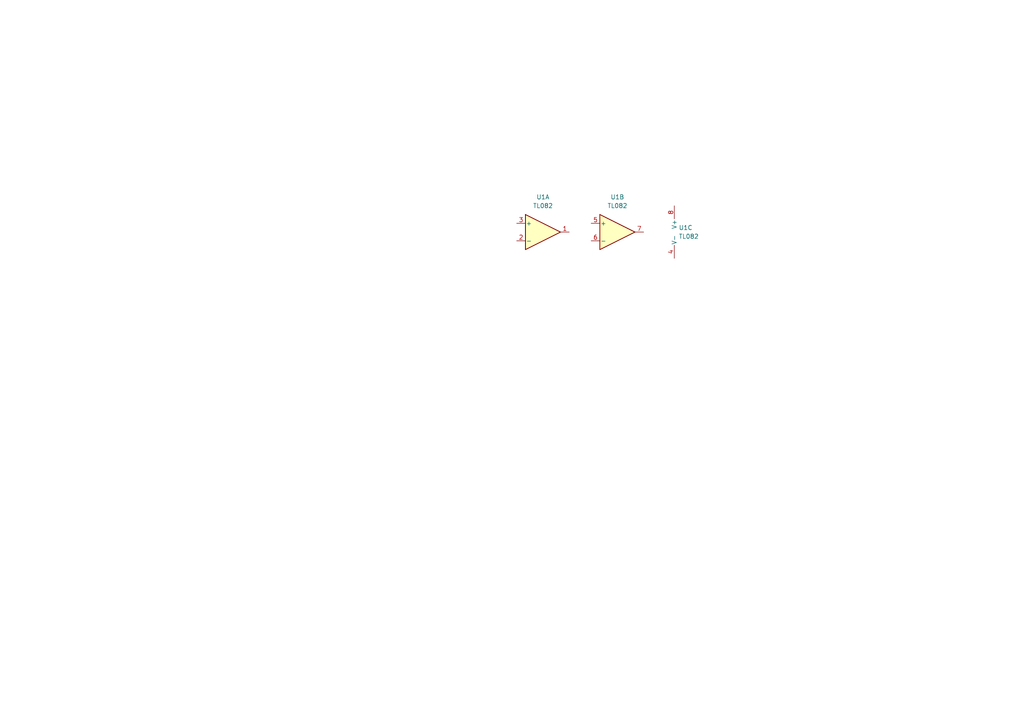
<source format=kicad_sch>
(kicad_sch (version 20231120) (generator "eeschema") (generator_version "8.0")
  (paper "A4")
  (lib_symbols
    (symbol "Amplifier_Operational:TL082" (pin_names (offset 0.127))
      (property "Reference" "U" (at 0 5.08 0))
      (property "Value" "TL082" (at 0 -5.08 0))
      (symbol "TL082_1_1"
        (polyline (pts (xy -5.08 5.08) (xy 5.08 0) (xy -5.08 -5.08) (xy -5.08 5.08)) (stroke (width 0.254)) (fill (type background)))
        (pin output line (at 7.62 0 180) (length 2.54) (name "~") (number "1"))
        (pin input line (at -7.62 -2.54 0) (length 2.54) (name "-") (number "2"))
        (pin input line (at -7.62 2.54 0) (length 2.54) (name "+") (number "3"))
      )
      (symbol "TL082_2_1"
        (polyline (pts (xy -5.08 5.08) (xy 5.08 0) (xy -5.08 -5.08) (xy -5.08 5.08)) (stroke (width 0.254)) (fill (type background)))
        (pin input line (at -7.62 2.54 0) (length 2.54) (name "+") (number "5"))
        (pin input line (at -7.62 -2.54 0) (length 2.54) (name "-") (number "6"))
        (pin output line (at 7.62 0 180) (length 2.54) (name "~") (number "7"))
      )
      (symbol "TL082_3_1"
        (pin power_in line (at -2.54 -7.62 90) (length 3.81) (name "V-") (number "4"))
        (pin power_in line (at -2.54 7.62 270) (length 3.81) (name "V+") (number "8"))
      )
    )
  )
  (symbol (lib_id "Amplifier_Operational:TL082") (at 179.07 67.31 0) (unit 2)
    (property "Reference" "U1" (at 179.07 57.15 0))
    (property "Value" "TL082" (at 179.07 59.69 0))
    (property "Footprint" "Package_SO:SOIC-8W_5.3x5.3mm_P1.27mm" (effects (hide yes)))
    (property "Datasheet" "http://www.ti.com/lit/ds/symlink/tl081.pdf" (effects (hide yes)))
    (property "Description" "Dual JFET-Input Operational Amplifiers, DIP-8/SOIC-8/SSOP-8" (effects (hide yes)))
  )
  (symbol (lib_id "Amplifier_Operational:TL082") (at 157.48 67.31 0) (unit 1)
    (property "Reference" "U1" (at 157.48 57.15 0))
    (property "Value" "TL082" (at 157.48 59.69 0))
    (property "Footprint" "Package_SO:SOIC-8W_5.3x5.3mm_P1.27mm" (effects (hide yes)))
    (property "Datasheet" "http://www.ti.com/lit/ds/symlink/tl081.pdf" (effects (hide yes)))
    (property "Description" "Dual JFET-Input Operational Amplifiers, DIP-8/SOIC-8/SSOP-8" (effects (hide yes)))
  )
  (symbol (lib_id "Amplifier_Operational:TL082") (at 198.12 67.31 0) (unit 3)
    (property "Reference" "U1" (at 196.85 66.0399 0) (effects (justify left)))
    (property "Value" "TL082" (at 196.85 68.5799 0) (effects (justify left)))
    (property "Footprint" "Package_SO:SOIC-8W_5.3x5.3mm_P1.27mm" (effects (hide yes)))
    (property "Datasheet" "http://www.ti.com/lit/ds/symlink/tl081.pdf" (effects (hide yes)))
    (property "Description" "Dual JFET-Input Operational Amplifiers, DIP-8/SOIC-8/SSOP-8" (effects (hide yes)))
  )
)
</source>
